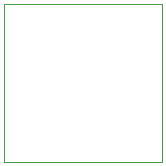
<source format=gbr>
%TF.GenerationSoftware,KiCad,Pcbnew,9.0.5*%
%TF.CreationDate,2026-01-19T22:18:19+00:00*%
%TF.ProjectId,zx_coil,7a785f63-6f69-46c2-9e6b-696361645f70,1*%
%TF.SameCoordinates,Original*%
%TF.FileFunction,Profile,NP*%
%FSLAX46Y46*%
G04 Gerber Fmt 4.6, Leading zero omitted, Abs format (unit mm)*
G04 Created by KiCad (PCBNEW 9.0.5) date 2026-01-19 22:18:19*
%MOMM*%
%LPD*%
G01*
G04 APERTURE LIST*
%TA.AperFunction,Profile*%
%ADD10C,0.050000*%
%TD*%
G04 APERTURE END LIST*
D10*
X126746000Y-86233000D02*
X140081000Y-86233000D01*
X126746000Y-72898000D02*
X126746000Y-86233000D01*
X140081000Y-72898000D02*
X126746000Y-72898000D01*
X140081000Y-86233000D02*
X140081000Y-72898000D01*
M02*

</source>
